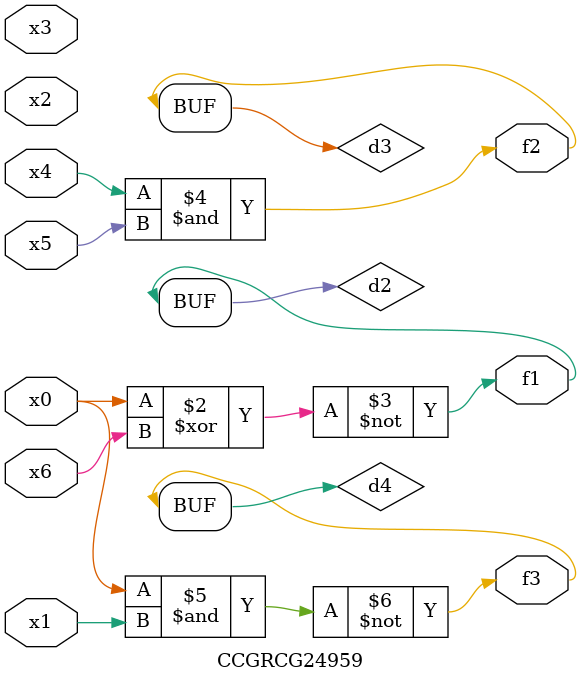
<source format=v>
module CCGRCG24959(
	input x0, x1, x2, x3, x4, x5, x6,
	output f1, f2, f3
);

	wire d1, d2, d3, d4;

	nor (d1, x0);
	xnor (d2, x0, x6);
	and (d3, x4, x5);
	nand (d4, x0, x1);
	assign f1 = d2;
	assign f2 = d3;
	assign f3 = d4;
endmodule

</source>
